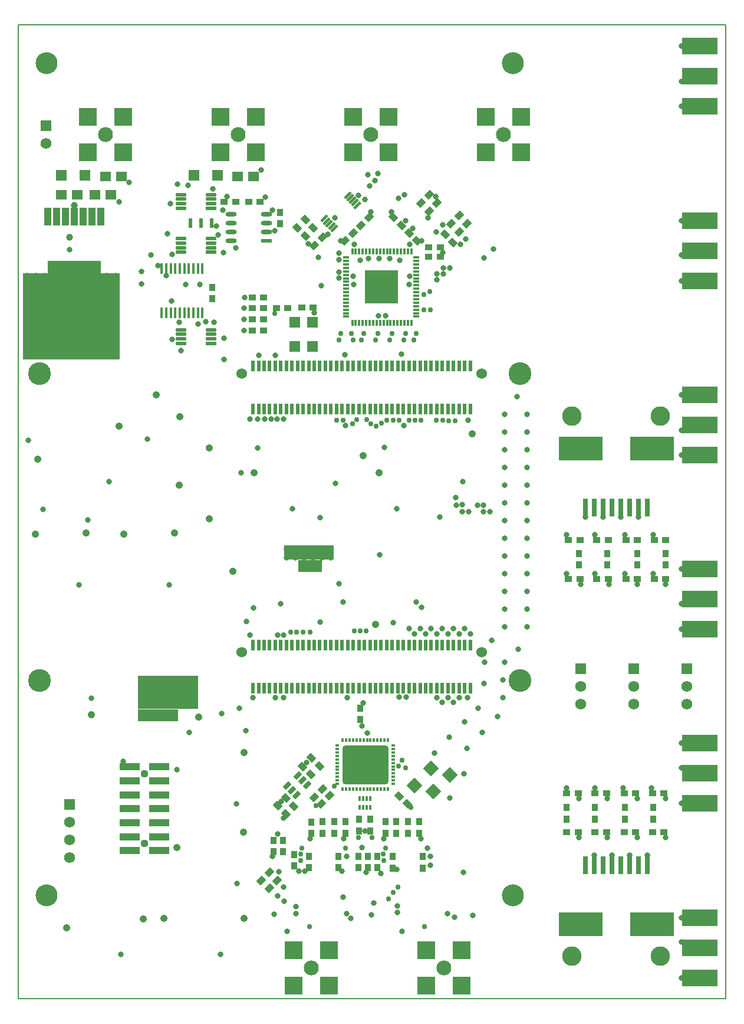
<source format=gts>
%FSLAX25Y25*%
%MOIN*%
G70*
G01*
G75*
G04 Layer_Color=8388736*
%ADD10C,0.01000*%
%ADD11C,0.01100*%
%ADD12C,0.00900*%
%ADD13C,0.01500*%
%ADD14C,0.01600*%
%ADD15C,0.01063*%
%ADD16C,0.01400*%
%ADD17R,0.03500X0.10000*%
%ADD18R,0.30000X0.30000*%
%ADD19R,0.10827X0.03937*%
%ADD20R,0.02000X0.05200*%
G04:AMPARAMS|DCode=21|XSize=47.24mil|YSize=11.81mil|CornerRadius=0mil|HoleSize=0mil|Usage=FLASHONLY|Rotation=225.000|XOffset=0mil|YOffset=0mil|HoleType=Round|Shape=Round|*
%AMOVALD21*
21,1,0.03543,0.01181,0.00000,0.00000,225.0*
1,1,0.01181,0.01253,0.01253*
1,1,0.01181,-0.01253,-0.01253*
%
%ADD21OVALD21*%

G04:AMPARAMS|DCode=22|XSize=47.24mil|YSize=11.81mil|CornerRadius=0mil|HoleSize=0mil|Usage=FLASHONLY|Rotation=225.000|XOffset=0mil|YOffset=0mil|HoleType=Round|Shape=Rectangle|*
%AMROTATEDRECTD22*
4,1,4,0.01253,0.02088,0.02088,0.01253,-0.01253,-0.02088,-0.02088,-0.01253,0.01253,0.02088,0.0*
%
%ADD22ROTATEDRECTD22*%

G04:AMPARAMS|DCode=23|XSize=39.37mil|YSize=19.69mil|CornerRadius=0mil|HoleSize=0mil|Usage=FLASHONLY|Rotation=45.000|XOffset=0mil|YOffset=0mil|HoleType=Round|Shape=Rectangle|*
%AMROTATEDRECTD23*
4,1,4,-0.00696,-0.02088,-0.02088,-0.00696,0.00696,0.02088,0.02088,0.00696,-0.00696,-0.02088,0.0*
%
%ADD23ROTATEDRECTD23*%

%ADD24R,0.02000X0.01000*%
%ADD25R,0.01000X0.02000*%
%ADD26R,0.01063X0.03150*%
%ADD27R,0.03150X0.01063*%
%ADD28R,0.01181X0.02362*%
%ADD29R,0.06000X0.05000*%
%ADD30R,0.06000X0.02000*%
%ADD31O,0.06000X0.02000*%
%ADD32O,0.06000X0.01500*%
%ADD33R,0.06000X0.01500*%
%ADD34R,0.01200X0.06000*%
%ADD35O,0.01200X0.06000*%
%ADD36R,0.01800X0.05700*%
%ADD37R,0.06000X0.06000*%
%ADD38R,0.20000X0.09000*%
%ADD39R,0.24500X0.13000*%
%ADD40R,0.02200X0.10000*%
%ADD41R,0.03000X0.04000*%
%ADD42R,0.04000X0.03000*%
%ADD43R,0.06000X0.06000*%
G04:AMPARAMS|DCode=44|XSize=40mil|YSize=30mil|CornerRadius=0mil|HoleSize=0mil|Usage=FLASHONLY|Rotation=45.000|XOffset=0mil|YOffset=0mil|HoleType=Round|Shape=Rectangle|*
%AMROTATEDRECTD44*
4,1,4,-0.00354,-0.02475,-0.02475,-0.00354,0.00354,0.02475,0.02475,0.00354,-0.00354,-0.02475,0.0*
%
%ADD44ROTATEDRECTD44*%

%ADD45P,0.08485X4X90.0*%
G04:AMPARAMS|DCode=46|XSize=40mil|YSize=30mil|CornerRadius=0mil|HoleSize=0mil|Usage=FLASHONLY|Rotation=135.000|XOffset=0mil|YOffset=0mil|HoleType=Round|Shape=Rectangle|*
%AMROTATEDRECTD46*
4,1,4,0.02475,-0.00354,0.00354,-0.02475,-0.02475,0.00354,-0.00354,0.02475,0.02475,-0.00354,0.0*
%
%ADD46ROTATEDRECTD46*%

%ADD47R,0.18504X0.18504*%
%ADD48C,0.00800*%
%ADD49C,0.00600*%
%ADD50C,0.02800*%
%ADD51C,0.02000*%
%ADD52C,0.01200*%
%ADD53C,0.00700*%
%ADD54R,0.22500X0.25500*%
%ADD55R,0.55000X0.49000*%
%ADD56R,0.14500X0.19000*%
%ADD57R,0.28500X0.08000*%
%ADD58R,0.13500X0.07500*%
%ADD59C,0.08000*%
%ADD60R,0.10000X0.10000*%
%ADD61C,0.04000*%
%ADD62C,0.05800*%
%ADD63R,0.05800X0.05800*%
G04:AMPARAMS|DCode=64|XSize=212.99mil|YSize=253.94mil|CornerRadius=10.65mil|HoleSize=0mil|Usage=FLASHONLY|Rotation=90.000|XOffset=0mil|YOffset=0mil|HoleType=Round|Shape=RoundedRectangle|*
%AMROUNDEDRECTD64*
21,1,0.21299,0.23264,0,0,90.0*
21,1,0.19169,0.25394,0,0,90.0*
1,1,0.02130,0.11632,0.09585*
1,1,0.02130,0.11632,-0.09585*
1,1,0.02130,-0.11632,-0.09585*
1,1,0.02130,-0.11632,0.09585*
%
%ADD64ROUNDEDRECTD64*%
%ADD65C,0.02000*%
%ADD66C,0.10600*%
%ADD67C,0.12000*%
%ADD68C,0.12500*%
%ADD69C,0.02800*%
%ADD70C,0.03800*%
%ADD71C,0.03500*%
%ADD72C,0.02600*%
%ADD73C,0.04000*%
%ADD74C,0.03300*%
%ADD75C,0.00400*%
G04:AMPARAMS|DCode=76|XSize=235mil|YSize=140mil|CornerRadius=0mil|HoleSize=0mil|Usage=FLASHONLY|Rotation=135.000|XOffset=0mil|YOffset=0mil|HoleType=Round|Shape=Rectangle|*
%AMROTATEDRECTD76*
4,1,4,0.13258,-0.03359,0.03359,-0.13258,-0.13258,0.03359,-0.03359,0.13258,0.13258,-0.03359,0.0*
%
%ADD76ROTATEDRECTD76*%

G04:AMPARAMS|DCode=77|XSize=89.4mil|YSize=59.42mil|CornerRadius=0mil|HoleSize=0mil|Usage=FLASHONLY|Rotation=135.000|XOffset=0mil|YOffset=0mil|HoleType=Round|Shape=Rectangle|*
%AMROTATEDRECTD77*
4,1,4,0.05262,-0.01060,0.01060,-0.05262,-0.05262,0.01060,-0.01060,0.05262,0.05262,-0.01060,0.0*
%
%ADD77ROTATEDRECTD77*%

G04:AMPARAMS|DCode=78|XSize=188.32mil|YSize=137.38mil|CornerRadius=0mil|HoleSize=0mil|Usage=FLASHONLY|Rotation=45.000|XOffset=0mil|YOffset=0mil|HoleType=Round|Shape=Rectangle|*
%AMROTATEDRECTD78*
4,1,4,-0.01801,-0.11515,-0.11515,-0.01801,0.01801,0.11515,0.11515,0.01801,-0.01801,-0.11515,0.0*
%
%ADD78ROTATEDRECTD78*%

%ADD79R,0.05000X0.09500*%
%ADD80R,0.12000X0.14000*%
%ADD81R,0.12000X0.14500*%
%ADD82R,0.23500X0.14000*%
%ADD83R,0.12199X0.01800*%
%ADD84C,0.07600*%
%ADD85C,0.06400*%
%ADD86C,0.06600*%
%ADD87C,0.13000*%
%ADD88C,0.06200*%
%ADD89C,0.14400*%
%ADD90C,0.14900*%
%ADD91C,0.03600*%
%ADD92C,0.03900*%
%ADD93C,0.09400*%
%ADD94C,0.06800*%
%ADD95C,0.00900*%
%ADD96C,0.01200*%
%ADD97R,0.10000X0.15400*%
%ADD98R,0.10000X0.06000*%
%ADD99R,0.08100X0.08100*%
G04:AMPARAMS|DCode=100|XSize=47.24mil|YSize=11.81mil|CornerRadius=0mil|HoleSize=0mil|Usage=FLASHONLY|Rotation=315.000|XOffset=0mil|YOffset=0mil|HoleType=Round|Shape=Round|*
%AMOVALD100*
21,1,0.03543,0.01181,0.00000,0.00000,315.0*
1,1,0.01181,-0.01253,0.01253*
1,1,0.01181,0.01253,-0.01253*
%
%ADD100OVALD100*%

G04:AMPARAMS|DCode=101|XSize=47.24mil|YSize=11.81mil|CornerRadius=0mil|HoleSize=0mil|Usage=FLASHONLY|Rotation=315.000|XOffset=0mil|YOffset=0mil|HoleType=Round|Shape=Rectangle|*
%AMROTATEDRECTD101*
4,1,4,-0.02088,0.01253,-0.01253,0.02088,0.02088,-0.01253,0.01253,-0.02088,-0.02088,0.01253,0.0*
%
%ADD101ROTATEDRECTD101*%

%ADD102O,0.04724X0.01181*%
%ADD103R,0.04724X0.01181*%
%ADD104R,0.05000X0.06000*%
%ADD105C,0.03000*%
%ADD106R,0.15500X0.08500*%
%ADD107R,0.22500X0.17000*%
%ADD108R,0.12000X0.19000*%
%ADD109C,0.01181*%
%ADD110R,0.75000X0.15100*%
%ADD111R,0.34000X0.19000*%
%ADD112R,0.22500X0.06500*%
%ADD113R,0.13500X0.07000*%
%ADD114R,0.03900X0.10400*%
%ADD115R,0.30400X0.30400*%
%ADD116R,0.11227X0.04337*%
%ADD117R,0.02400X0.05600*%
G04:AMPARAMS|DCode=118|XSize=51.24mil|YSize=15.81mil|CornerRadius=0mil|HoleSize=0mil|Usage=FLASHONLY|Rotation=225.000|XOffset=0mil|YOffset=0mil|HoleType=Round|Shape=Round|*
%AMOVALD118*
21,1,0.03543,0.01581,0.00000,0.00000,225.0*
1,1,0.01581,0.01253,0.01253*
1,1,0.01581,-0.01253,-0.01253*
%
%ADD118OVALD118*%

G04:AMPARAMS|DCode=119|XSize=51.24mil|YSize=15.81mil|CornerRadius=0mil|HoleSize=0mil|Usage=FLASHONLY|Rotation=225.000|XOffset=0mil|YOffset=0mil|HoleType=Round|Shape=Rectangle|*
%AMROTATEDRECTD119*
4,1,4,0.01253,0.02371,0.02371,0.01253,-0.01253,-0.02371,-0.02371,-0.01253,0.01253,0.02371,0.0*
%
%ADD119ROTATEDRECTD119*%

G04:AMPARAMS|DCode=120|XSize=43.37mil|YSize=23.69mil|CornerRadius=0mil|HoleSize=0mil|Usage=FLASHONLY|Rotation=45.000|XOffset=0mil|YOffset=0mil|HoleType=Round|Shape=Rectangle|*
%AMROTATEDRECTD120*
4,1,4,-0.00696,-0.02371,-0.02371,-0.00696,0.00696,0.02371,0.02371,0.00696,-0.00696,-0.02371,0.0*
%
%ADD120ROTATEDRECTD120*%

%ADD121R,0.02400X0.01400*%
%ADD122R,0.01400X0.02400*%
%ADD123R,0.01463X0.03550*%
%ADD124R,0.03550X0.01463*%
%ADD125R,0.01581X0.02762*%
%ADD126R,0.06400X0.05400*%
%ADD127R,0.06400X0.02400*%
%ADD128O,0.06400X0.02400*%
%ADD129O,0.06400X0.01900*%
%ADD130R,0.06400X0.01900*%
%ADD131R,0.01600X0.06400*%
%ADD132O,0.01600X0.06400*%
%ADD133R,0.02400X0.06300*%
%ADD134R,0.06400X0.06400*%
%ADD135R,0.20400X0.09400*%
%ADD136R,0.24900X0.13400*%
%ADD137R,0.02600X0.10400*%
%ADD138R,0.03400X0.04400*%
%ADD139R,0.04400X0.03400*%
%ADD140R,0.06400X0.06400*%
G04:AMPARAMS|DCode=141|XSize=44mil|YSize=34mil|CornerRadius=0mil|HoleSize=0mil|Usage=FLASHONLY|Rotation=45.000|XOffset=0mil|YOffset=0mil|HoleType=Round|Shape=Rectangle|*
%AMROTATEDRECTD141*
4,1,4,-0.00354,-0.02758,-0.02758,-0.00354,0.00354,0.02758,0.02758,0.00354,-0.00354,-0.02758,0.0*
%
%ADD141ROTATEDRECTD141*%

%ADD142P,0.09051X4X90.0*%
G04:AMPARAMS|DCode=143|XSize=44mil|YSize=34mil|CornerRadius=0mil|HoleSize=0mil|Usage=FLASHONLY|Rotation=135.000|XOffset=0mil|YOffset=0mil|HoleType=Round|Shape=Rectangle|*
%AMROTATEDRECTD143*
4,1,4,0.02758,-0.00354,0.00354,-0.02758,-0.02758,0.00354,-0.00354,0.02758,0.02758,-0.00354,0.0*
%
%ADD143ROTATEDRECTD143*%

%ADD144R,0.18904X0.18904*%
%ADD145C,0.08400*%
%ADD146R,0.10400X0.10400*%
%ADD147C,0.04400*%
%ADD148R,0.06200X0.06200*%
G04:AMPARAMS|DCode=149|XSize=216.99mil|YSize=257.94mil|CornerRadius=12.65mil|HoleSize=0mil|Usage=FLASHONLY|Rotation=90.000|XOffset=0mil|YOffset=0mil|HoleType=Round|Shape=RoundedRectangle|*
%AMROUNDEDRECTD149*
21,1,0.21699,0.23264,0,0,90.0*
21,1,0.19169,0.25794,0,0,90.0*
1,1,0.02530,0.11632,0.09585*
1,1,0.02530,0.11632,-0.09585*
1,1,0.02530,-0.11632,-0.09585*
1,1,0.02530,-0.11632,0.09585*
%
%ADD149ROUNDEDRECTD149*%
%ADD150C,0.06000*%
%ADD151C,0.11000*%
%ADD152C,0.12400*%
%ADD153C,0.12900*%
%ADD154C,0.03200*%
%ADD155C,0.04200*%
%ADD156C,0.03000*%
D48*
X400000Y-0D02*
Y550000D01*
X119300D02*
X400000D01*
X0Y168100D02*
Y364950D01*
X75300Y-0D02*
X400000D01*
X0D02*
Y168100D01*
Y-0D02*
X75300D01*
X0Y550000D02*
X119300D01*
X0Y364950D02*
Y550000D01*
D55*
X30000Y385500D02*
D03*
D57*
X164250Y252000D02*
D03*
D88*
X28890Y99751D02*
D03*
Y89751D02*
D03*
Y79751D02*
D03*
X15451Y483210D02*
D03*
X378000Y166600D02*
D03*
Y176600D02*
D03*
X348000Y166600D02*
D03*
Y176600D02*
D03*
X318000Y166600D02*
D03*
Y176600D02*
D03*
X205300Y402181D02*
D03*
D92*
X31500Y448000D02*
D03*
X29000Y430200D02*
D03*
D111*
X84500Y173000D02*
D03*
D112*
X78750Y160250D02*
D03*
D113*
X164750Y244500D02*
D03*
D114*
X46451Y441710D02*
D03*
X41451D02*
D03*
X36451D02*
D03*
X31451D02*
D03*
X26451D02*
D03*
X21451D02*
D03*
X16451D02*
D03*
D115*
X31451Y401710D02*
D03*
D116*
X63000Y131000D02*
D03*
Y91630D02*
D03*
X79732D02*
D03*
X63000Y83756D02*
D03*
X79732D02*
D03*
X63000Y107378D02*
D03*
X79732D02*
D03*
X63000Y99504D02*
D03*
X79732D02*
D03*
Y131000D02*
D03*
X63000Y123126D02*
D03*
X79732D02*
D03*
X63000Y115252D02*
D03*
X79732D02*
D03*
D117*
X109358Y438168D02*
D03*
X103258D02*
D03*
X97158D02*
D03*
D118*
X186110Y453890D02*
D03*
X172887Y440667D02*
D03*
X174301Y439253D02*
D03*
X178477Y435077D02*
D03*
X175693Y437861D02*
D03*
X188916Y451084D02*
D03*
X190308Y449692D02*
D03*
X187524Y452476D02*
D03*
X177085Y436469D02*
D03*
D119*
X191700Y448300D02*
D03*
D120*
X152000Y120400D02*
D03*
X154645Y117755D02*
D03*
X157289Y115111D02*
D03*
X157851Y126251D02*
D03*
X160495Y123606D02*
D03*
X163140Y120961D02*
D03*
D121*
X211950Y121459D02*
D03*
Y123428D02*
D03*
Y125396D02*
D03*
Y127365D02*
D03*
Y129333D02*
D03*
Y131302D02*
D03*
Y133270D02*
D03*
Y135239D02*
D03*
Y137207D02*
D03*
Y139176D02*
D03*
Y141144D02*
D03*
Y143113D02*
D03*
X180241D02*
D03*
Y141144D02*
D03*
Y139176D02*
D03*
Y137207D02*
D03*
Y135239D02*
D03*
Y133270D02*
D03*
Y131302D02*
D03*
Y129333D02*
D03*
Y127365D02*
D03*
Y125396D02*
D03*
Y123428D02*
D03*
Y121459D02*
D03*
D122*
X183300Y118400D02*
D03*
X185268D02*
D03*
X187237D02*
D03*
X189206D02*
D03*
X191174D02*
D03*
X193142D02*
D03*
X195111D02*
D03*
X197080D02*
D03*
X199048D02*
D03*
X201016D02*
D03*
X202985D02*
D03*
X204954D02*
D03*
X206922D02*
D03*
X208891D02*
D03*
Y146172D02*
D03*
X206922D02*
D03*
X204954D02*
D03*
X202985D02*
D03*
X201016D02*
D03*
X199048D02*
D03*
X197080D02*
D03*
X195111D02*
D03*
X193142D02*
D03*
X191174D02*
D03*
X189206D02*
D03*
X187237D02*
D03*
X185268D02*
D03*
X183300D02*
D03*
D123*
X200565Y422154D02*
D03*
X198597D02*
D03*
X196628D02*
D03*
X202534D02*
D03*
X188754D02*
D03*
X190723D02*
D03*
X192691D02*
D03*
X194660D02*
D03*
X216313Y381981D02*
D03*
X218282D02*
D03*
X222219D02*
D03*
X220250D02*
D03*
X210408Y422154D02*
D03*
X208439D02*
D03*
X206471D02*
D03*
X204502D02*
D03*
X188754Y381981D02*
D03*
X190723D02*
D03*
X210408D02*
D03*
X212376D02*
D03*
X214345D02*
D03*
X196628D02*
D03*
X194660D02*
D03*
X192691D02*
D03*
X202534D02*
D03*
X200565D02*
D03*
X198597D02*
D03*
X208439D02*
D03*
X206471D02*
D03*
X204502D02*
D03*
X218282Y422154D02*
D03*
X220250D02*
D03*
X222219D02*
D03*
X212376D02*
D03*
X214345D02*
D03*
X216313D02*
D03*
D124*
X185400Y387304D02*
D03*
Y385336D02*
D03*
X225073Y408958D02*
D03*
Y410926D02*
D03*
Y412894D02*
D03*
Y414863D02*
D03*
Y389273D02*
D03*
Y391241D02*
D03*
Y393210D02*
D03*
Y401084D02*
D03*
Y403052D02*
D03*
Y405021D02*
D03*
Y406989D02*
D03*
X185400Y418800D02*
D03*
Y416832D02*
D03*
Y414863D02*
D03*
Y412895D02*
D03*
Y405021D02*
D03*
Y403052D02*
D03*
Y401084D02*
D03*
Y389273D02*
D03*
Y408958D02*
D03*
Y410926D02*
D03*
Y406989D02*
D03*
Y397147D02*
D03*
Y399115D02*
D03*
Y393210D02*
D03*
Y395178D02*
D03*
Y391241D02*
D03*
X225073Y387304D02*
D03*
Y385336D02*
D03*
Y399115D02*
D03*
Y397147D02*
D03*
Y395178D02*
D03*
Y418800D02*
D03*
Y416831D02*
D03*
D125*
X198905Y108100D02*
D03*
X196937D02*
D03*
X194968D02*
D03*
X193000D02*
D03*
Y113218D02*
D03*
X194968D02*
D03*
X196937D02*
D03*
X198905D02*
D03*
D126*
X52400Y454100D02*
D03*
X43400D02*
D03*
X33200D02*
D03*
X24200D02*
D03*
X58100Y464500D02*
D03*
X49100D02*
D03*
X133000D02*
D03*
X124000D02*
D03*
D127*
X140200Y428200D02*
D03*
D128*
Y433200D02*
D03*
Y438200D02*
D03*
Y443200D02*
D03*
X120200Y428200D02*
D03*
Y433200D02*
D03*
Y438200D02*
D03*
Y443200D02*
D03*
D129*
X91805Y454230D02*
D03*
X108805D02*
D03*
X91805Y451670D02*
D03*
Y449110D02*
D03*
Y446550D02*
D03*
X108805Y451670D02*
D03*
Y449110D02*
D03*
X91805Y429374D02*
D03*
X108805D02*
D03*
X91805Y426814D02*
D03*
Y424254D02*
D03*
Y421694D02*
D03*
X108805Y426814D02*
D03*
Y424254D02*
D03*
X91805Y377909D02*
D03*
X108805D02*
D03*
X91805Y375349D02*
D03*
Y372789D02*
D03*
Y370229D02*
D03*
X108805Y375349D02*
D03*
Y372789D02*
D03*
D130*
Y446550D02*
D03*
Y421694D02*
D03*
Y370229D02*
D03*
D131*
X103998Y412569D02*
D03*
D132*
X101439D02*
D03*
X98880D02*
D03*
X96320D02*
D03*
X93761D02*
D03*
X91202D02*
D03*
X88643D02*
D03*
X86084D02*
D03*
X83525D02*
D03*
X80966D02*
D03*
X103998Y387372D02*
D03*
X101439D02*
D03*
X98880D02*
D03*
X96320D02*
D03*
X93761D02*
D03*
X91202D02*
D03*
X88643D02*
D03*
X86084D02*
D03*
X83525D02*
D03*
X80966D02*
D03*
D133*
X132600Y357400D02*
D03*
Y333100D02*
D03*
X135750Y357400D02*
D03*
Y333100D02*
D03*
X138900Y357400D02*
D03*
Y333100D02*
D03*
X142050Y357400D02*
D03*
Y333100D02*
D03*
X145200Y357400D02*
D03*
Y333100D02*
D03*
X148350Y357400D02*
D03*
Y333100D02*
D03*
X151500Y357400D02*
D03*
Y333100D02*
D03*
X154650Y357400D02*
D03*
Y333100D02*
D03*
X157800Y357400D02*
D03*
Y333100D02*
D03*
X160950Y357400D02*
D03*
Y333100D02*
D03*
X164100Y357400D02*
D03*
Y333100D02*
D03*
X167250Y357400D02*
D03*
Y333100D02*
D03*
X170400Y357400D02*
D03*
Y333100D02*
D03*
X173550Y357400D02*
D03*
Y333100D02*
D03*
X176700Y357400D02*
D03*
Y333100D02*
D03*
X179850Y357400D02*
D03*
Y333100D02*
D03*
X183000Y357400D02*
D03*
Y333100D02*
D03*
X186150Y357400D02*
D03*
Y333100D02*
D03*
X189300Y357400D02*
D03*
Y333100D02*
D03*
X192450Y357400D02*
D03*
Y333100D02*
D03*
X195600Y357400D02*
D03*
Y333100D02*
D03*
X198750Y357400D02*
D03*
Y333100D02*
D03*
X201900Y357400D02*
D03*
Y333100D02*
D03*
X205050Y357400D02*
D03*
Y333100D02*
D03*
X208200Y357400D02*
D03*
Y333100D02*
D03*
X211350Y357400D02*
D03*
Y333100D02*
D03*
X214500Y357400D02*
D03*
Y333100D02*
D03*
X217650Y357400D02*
D03*
Y333100D02*
D03*
X220800Y357400D02*
D03*
Y333100D02*
D03*
X223950Y357400D02*
D03*
Y333100D02*
D03*
X227100Y357400D02*
D03*
Y333100D02*
D03*
X230250Y357400D02*
D03*
Y333100D02*
D03*
X233400Y357400D02*
D03*
Y333100D02*
D03*
X236550Y357400D02*
D03*
Y333100D02*
D03*
X239700Y357400D02*
D03*
Y333100D02*
D03*
X242850Y357400D02*
D03*
Y333100D02*
D03*
X246000Y357400D02*
D03*
Y333100D02*
D03*
X249150Y357400D02*
D03*
Y333100D02*
D03*
X252300Y357400D02*
D03*
Y333100D02*
D03*
X255450Y357400D02*
D03*
Y333100D02*
D03*
X132600Y199900D02*
D03*
Y175600D02*
D03*
X135750Y199900D02*
D03*
Y175600D02*
D03*
X138900Y199900D02*
D03*
Y175600D02*
D03*
X142050Y199900D02*
D03*
Y175600D02*
D03*
X145200Y199900D02*
D03*
Y175600D02*
D03*
X148350Y199900D02*
D03*
Y175600D02*
D03*
X151500Y199900D02*
D03*
Y175600D02*
D03*
X154650Y199900D02*
D03*
Y175600D02*
D03*
X157800Y199900D02*
D03*
Y175600D02*
D03*
X160950Y199900D02*
D03*
Y175600D02*
D03*
X164100Y199900D02*
D03*
Y175600D02*
D03*
X167250Y199900D02*
D03*
Y175600D02*
D03*
X170400Y199900D02*
D03*
Y175600D02*
D03*
X173550Y199900D02*
D03*
Y175600D02*
D03*
X176700Y199900D02*
D03*
Y175600D02*
D03*
X179850Y199900D02*
D03*
Y175600D02*
D03*
X183000Y199900D02*
D03*
Y175600D02*
D03*
X186150Y199900D02*
D03*
Y175600D02*
D03*
X189300Y199900D02*
D03*
Y175600D02*
D03*
X192450Y199900D02*
D03*
Y175600D02*
D03*
X195600Y199900D02*
D03*
Y175600D02*
D03*
X198750Y199900D02*
D03*
Y175600D02*
D03*
X201900Y199900D02*
D03*
Y175600D02*
D03*
X205050Y199900D02*
D03*
Y175600D02*
D03*
X208200Y199900D02*
D03*
Y175600D02*
D03*
X211350Y199900D02*
D03*
Y175600D02*
D03*
X214500Y199900D02*
D03*
Y175600D02*
D03*
X217650Y199900D02*
D03*
Y175600D02*
D03*
X220800Y199900D02*
D03*
Y175600D02*
D03*
X223950Y199900D02*
D03*
Y175600D02*
D03*
X227100Y199900D02*
D03*
Y175600D02*
D03*
X230250Y199900D02*
D03*
Y175600D02*
D03*
X233400Y199900D02*
D03*
Y175600D02*
D03*
X236550Y199900D02*
D03*
Y175600D02*
D03*
X239700Y199900D02*
D03*
Y175600D02*
D03*
X242850Y199900D02*
D03*
Y175600D02*
D03*
X246000Y199900D02*
D03*
Y175600D02*
D03*
X249150Y199900D02*
D03*
Y175600D02*
D03*
X252300Y199900D02*
D03*
Y175600D02*
D03*
X255450Y199900D02*
D03*
Y175600D02*
D03*
D134*
X24100Y465000D02*
D03*
X37600D02*
D03*
X99100D02*
D03*
X112600D02*
D03*
D135*
X385200Y521100D02*
D03*
Y422600D02*
D03*
Y324200D02*
D03*
Y225800D02*
D03*
Y127400D02*
D03*
Y28900D02*
D03*
Y504100D02*
D03*
Y538100D02*
D03*
Y405600D02*
D03*
Y439600D02*
D03*
Y307200D02*
D03*
Y341200D02*
D03*
Y208800D02*
D03*
Y242800D02*
D03*
Y110400D02*
D03*
Y144400D02*
D03*
Y11900D02*
D03*
Y45900D02*
D03*
D136*
X358250Y310900D02*
D03*
X317750D02*
D03*
X358250Y42100D02*
D03*
X317750D02*
D03*
D137*
X355500Y277600D02*
D03*
X350500D02*
D03*
X345500D02*
D03*
X340500D02*
D03*
X320500D02*
D03*
X325500D02*
D03*
X330500D02*
D03*
X335500D02*
D03*
X340500Y75400D02*
D03*
X345500D02*
D03*
X350500D02*
D03*
X355500D02*
D03*
X335500D02*
D03*
X330500D02*
D03*
X325500D02*
D03*
X320500D02*
D03*
D138*
X366000Y245000D02*
D03*
Y251500D02*
D03*
X317000Y245000D02*
D03*
Y251500D02*
D03*
X333000Y245000D02*
D03*
Y251500D02*
D03*
X350000Y245000D02*
D03*
Y251500D02*
D03*
X359000Y108000D02*
D03*
Y101500D02*
D03*
X343000Y108000D02*
D03*
Y101500D02*
D03*
X326000Y108000D02*
D03*
Y101500D02*
D03*
X310000Y108000D02*
D03*
Y101500D02*
D03*
X180849Y74049D02*
D03*
Y80549D02*
D03*
X164149Y74049D02*
D03*
Y80549D02*
D03*
X228549Y73990D02*
D03*
Y80490D02*
D03*
X211549Y73990D02*
D03*
Y80490D02*
D03*
X149590Y89551D02*
D03*
Y83051D02*
D03*
X144290Y89551D02*
D03*
Y83051D02*
D03*
X192210Y74049D02*
D03*
Y80549D02*
D03*
X197510Y74049D02*
D03*
Y80549D02*
D03*
X178600Y93500D02*
D03*
Y100000D02*
D03*
X165700Y99900D02*
D03*
Y93400D02*
D03*
X172000Y93500D02*
D03*
Y100000D02*
D03*
X192700Y101400D02*
D03*
Y94900D02*
D03*
X199000Y101400D02*
D03*
Y94900D02*
D03*
X220300Y93500D02*
D03*
Y100000D02*
D03*
X226700Y93500D02*
D03*
Y100000D02*
D03*
X207500D02*
D03*
Y93500D02*
D03*
X213600D02*
D03*
Y100000D02*
D03*
X184900Y93500D02*
D03*
Y100000D02*
D03*
X147800Y437800D02*
D03*
Y444300D02*
D03*
X193300Y157700D02*
D03*
Y164200D02*
D03*
X202927Y74007D02*
D03*
Y80507D02*
D03*
X156054Y75056D02*
D03*
Y81556D02*
D03*
X109612Y401955D02*
D03*
Y395455D02*
D03*
D139*
X311000Y237000D02*
D03*
X317500D02*
D03*
X327000D02*
D03*
X333500D02*
D03*
X350000D02*
D03*
X343500D02*
D03*
X366000D02*
D03*
X359500D02*
D03*
X311000Y259000D02*
D03*
X317500D02*
D03*
X327000D02*
D03*
X333500D02*
D03*
X350000D02*
D03*
X343500D02*
D03*
X366000D02*
D03*
X359500D02*
D03*
X365000Y116000D02*
D03*
X358500D02*
D03*
X349000D02*
D03*
X342500D02*
D03*
X326000D02*
D03*
X332500D02*
D03*
X310000D02*
D03*
X316500D02*
D03*
X365000Y94000D02*
D03*
X358500D02*
D03*
X349000D02*
D03*
X342500D02*
D03*
X326000D02*
D03*
X332500D02*
D03*
X310000D02*
D03*
X316500D02*
D03*
X238500Y424400D02*
D03*
X232000D02*
D03*
X116302Y450031D02*
D03*
X122802D02*
D03*
X232000Y419000D02*
D03*
X238500D02*
D03*
X166600Y390500D02*
D03*
X160100D02*
D03*
X145800Y390300D02*
D03*
X152300D02*
D03*
X138700Y390100D02*
D03*
X132200D02*
D03*
Y396200D02*
D03*
X138700D02*
D03*
X132200Y383800D02*
D03*
X138700D02*
D03*
X132200Y377600D02*
D03*
X138700D02*
D03*
X130100Y450031D02*
D03*
X136600D02*
D03*
D140*
X166100Y382100D02*
D03*
Y368600D02*
D03*
X156300Y382100D02*
D03*
Y368600D02*
D03*
D141*
X167349Y113990D02*
D03*
X171945Y118586D02*
D03*
X137249Y66790D02*
D03*
X141845Y71386D02*
D03*
X141749Y62390D02*
D03*
X146345Y66986D02*
D03*
X175800Y114800D02*
D03*
X171204Y110204D02*
D03*
X249296Y442396D02*
D03*
X244700Y437800D02*
D03*
X184704Y428004D02*
D03*
X189300Y432600D02*
D03*
X193604Y436904D02*
D03*
X198200Y441500D02*
D03*
X171996Y430096D02*
D03*
X167400Y425500D02*
D03*
X249104Y433204D02*
D03*
X253700Y437800D02*
D03*
X227504Y449604D02*
D03*
X232100Y454200D02*
D03*
X232104Y444904D02*
D03*
X236700Y449500D02*
D03*
D142*
X244046Y126646D02*
D03*
X234500Y117100D02*
D03*
X233346Y130146D02*
D03*
X223800Y120600D02*
D03*
D143*
X241104Y431796D02*
D03*
X245700Y427200D02*
D03*
X215200Y114600D02*
D03*
X219796Y110004D02*
D03*
X225396Y428004D02*
D03*
X220800Y432600D02*
D03*
X216496Y436904D02*
D03*
X211900Y441500D02*
D03*
X162104Y439996D02*
D03*
X166700Y435400D02*
D03*
X162296Y430804D02*
D03*
X157700Y435400D02*
D03*
X165504Y135996D02*
D03*
X170100Y131400D02*
D03*
X160704Y131296D02*
D03*
X165300Y126700D02*
D03*
X155723Y108911D02*
D03*
X151127Y113507D02*
D03*
X146677Y109089D02*
D03*
X151273Y104493D02*
D03*
D144*
X205300Y402181D02*
D03*
D145*
X240500Y17400D02*
D03*
X165500D02*
D03*
X49200Y488000D02*
D03*
X199200Y488200D02*
D03*
X274200D02*
D03*
X124200Y488000D02*
D03*
D146*
X250500Y7400D02*
D03*
Y27400D02*
D03*
X230500D02*
D03*
Y7400D02*
D03*
X175500D02*
D03*
Y27400D02*
D03*
X155500D02*
D03*
Y7400D02*
D03*
X59200Y478000D02*
D03*
Y498000D02*
D03*
X39200D02*
D03*
Y478000D02*
D03*
X209200Y478200D02*
D03*
Y498200D02*
D03*
X189200D02*
D03*
Y478200D02*
D03*
X284200D02*
D03*
Y498200D02*
D03*
X264200D02*
D03*
Y478200D02*
D03*
X134200Y478000D02*
D03*
Y498000D02*
D03*
X114200D02*
D03*
Y478000D02*
D03*
D147*
X71366Y87693D02*
D03*
Y127063D02*
D03*
D148*
X28890Y109751D02*
D03*
X15451Y493210D02*
D03*
X378000Y186600D02*
D03*
X348000D02*
D03*
X318000D02*
D03*
D149*
X196100Y132300D02*
D03*
D150*
X261900Y353250D02*
D03*
X126150D02*
D03*
X261900Y195750D02*
D03*
X126150D02*
D03*
D151*
X363000Y329000D02*
D03*
X313000D02*
D03*
X363000Y24000D02*
D03*
X313000D02*
D03*
D152*
X16000Y528500D02*
D03*
Y58500D02*
D03*
X279500D02*
D03*
Y528500D02*
D03*
D153*
X11811Y179911D02*
D03*
X283465D02*
D03*
Y353139D02*
D03*
X11811D02*
D03*
D154*
X29000Y423000D02*
D03*
X375000Y321000D02*
D03*
Y518000D02*
D03*
Y420000D02*
D03*
Y223000D02*
D03*
X225000Y224000D02*
D03*
X228000Y221000D02*
D03*
X233400Y209000D02*
D03*
X220800D02*
D03*
X224000Y206000D02*
D03*
X227100Y209000D02*
D03*
X230250Y206000D02*
D03*
X366000Y234000D02*
D03*
X350000D02*
D03*
X334000D02*
D03*
X318000D02*
D03*
X236550Y206000D02*
D03*
X239700Y209000D02*
D03*
X242863Y206000D02*
D03*
X245950Y209000D02*
D03*
X249150Y206000D02*
D03*
X252300Y209000D02*
D03*
X255450Y206000D02*
D03*
X215200Y170500D02*
D03*
X375000Y130500D02*
D03*
Y32000D02*
D03*
X358000Y119000D02*
D03*
X342000D02*
D03*
X326000D02*
D03*
X310000D02*
D03*
X249150Y170000D02*
D03*
X310000Y262000D02*
D03*
X326000D02*
D03*
X343000D02*
D03*
X359000D02*
D03*
X310000Y240000D02*
D03*
X326000D02*
D03*
X343000D02*
D03*
X359000D02*
D03*
X320500Y272000D02*
D03*
X330500D02*
D03*
X340500D02*
D03*
X350500D02*
D03*
X366000Y91000D02*
D03*
X350000D02*
D03*
X333000D02*
D03*
X317000D02*
D03*
X366000Y113000D02*
D03*
X350000D02*
D03*
X333000D02*
D03*
X317000D02*
D03*
X325500Y81000D02*
D03*
X335500D02*
D03*
X345500D02*
D03*
X355500D02*
D03*
X375000Y11900D02*
D03*
Y45900D02*
D03*
Y110400D02*
D03*
Y144400D02*
D03*
Y208800D02*
D03*
Y242800D02*
D03*
Y307200D02*
D03*
Y341200D02*
D03*
Y405600D02*
D03*
Y439600D02*
D03*
Y504100D02*
D03*
Y538100D02*
D03*
X243945Y412809D02*
D03*
X254600Y275130D02*
D03*
X240270Y412970D02*
D03*
X250950Y275130D02*
D03*
X236500Y406000D02*
D03*
X247200Y283000D02*
D03*
X236550Y409574D02*
D03*
X247450Y278900D02*
D03*
X240225Y409413D02*
D03*
X251050Y279000D02*
D03*
X203200Y466000D02*
D03*
X266470Y275130D02*
D03*
X201600Y462100D02*
D03*
X262913Y275175D02*
D03*
X198500Y459000D02*
D03*
X263074Y278850D02*
D03*
X253000Y429100D02*
D03*
X259500Y278900D02*
D03*
X245950Y167500D02*
D03*
X239650D02*
D03*
X242800Y170000D02*
D03*
X236500D02*
D03*
X183500Y57500D02*
D03*
X150200Y55103D02*
D03*
X146571Y58100D02*
D03*
X150000Y63000D02*
D03*
X146600Y205400D02*
D03*
X145200Y170200D02*
D03*
X132500D02*
D03*
X145200Y363400D02*
D03*
X135750D02*
D03*
X135300Y327500D02*
D03*
X139200D02*
D03*
X142750D02*
D03*
X146300D02*
D03*
X143500Y80500D02*
D03*
X146700Y93300D02*
D03*
X147400Y71900D02*
D03*
X145000Y433820D02*
D03*
X143500Y445500D02*
D03*
X249800Y426100D02*
D03*
X223000Y435100D02*
D03*
X197700Y400000D02*
D03*
Y404900D02*
D03*
X212900Y400000D02*
D03*
Y404900D02*
D03*
Y394562D02*
D03*
X197700D02*
D03*
X203100D02*
D03*
X208000D02*
D03*
X206100Y132300D02*
D03*
X201100D02*
D03*
X186100D02*
D03*
X191100D02*
D03*
X186100Y137500D02*
D03*
X206100D02*
D03*
X201100D02*
D03*
X196100D02*
D03*
X191100D02*
D03*
Y127100D02*
D03*
X196100D02*
D03*
X201100D02*
D03*
X206100D02*
D03*
X186100D02*
D03*
X191100Y123100D02*
D03*
X196100D02*
D03*
X201100D02*
D03*
X206100D02*
D03*
X186100D02*
D03*
Y141500D02*
D03*
X206100D02*
D03*
X201100D02*
D03*
X196100D02*
D03*
X191100D02*
D03*
X176500Y254300D02*
D03*
Y249300D02*
D03*
X253950Y170100D02*
D03*
X219200Y170500D02*
D03*
X185900Y170100D02*
D03*
X149850D02*
D03*
X150050Y205400D02*
D03*
X130950D02*
D03*
X254100Y326800D02*
D03*
X130950Y327600D02*
D03*
X149850D02*
D03*
X135300Y311140D02*
D03*
X216500Y364000D02*
D03*
X184700Y363800D02*
D03*
X57900Y25100D02*
D03*
X114300D02*
D03*
X123700Y65100D02*
D03*
X123100Y110200D02*
D03*
X128500Y151600D02*
D03*
X59100Y134100D02*
D03*
X41100Y169900D02*
D03*
X5600Y315500D02*
D03*
X51200Y292000D02*
D03*
X13800Y276500D02*
D03*
X39400Y270600D02*
D03*
X34200Y233700D02*
D03*
X85100Y233900D02*
D03*
X170700Y212900D02*
D03*
X148100Y223100D02*
D03*
X132800Y220900D02*
D03*
X212000Y212500D02*
D03*
X181100Y234500D02*
D03*
X204400Y250700D02*
D03*
X170600Y271700D02*
D03*
X238100Y272180D02*
D03*
X213800Y276700D02*
D03*
X251300Y292000D02*
D03*
X206900Y311400D02*
D03*
X179320Y291200D02*
D03*
X154800Y276700D02*
D03*
X116100Y361000D02*
D03*
X137200Y468000D02*
D03*
X174800Y431900D02*
D03*
X69700Y403800D02*
D03*
X150000Y102000D02*
D03*
X194900Y167200D02*
D03*
X171349Y402810D02*
D03*
X169700Y418700D02*
D03*
X203600Y385800D02*
D03*
X240004Y421596D02*
D03*
X207482Y385754D02*
D03*
X181300Y421058D02*
D03*
Y407000D02*
D03*
X182200Y428008D02*
D03*
X227900Y428000D02*
D03*
X210800Y444500D02*
D03*
X199300D02*
D03*
X221173Y426000D02*
D03*
X189800D02*
D03*
X215705Y417000D02*
D03*
X209799Y418000D02*
D03*
X208000Y409800D02*
D03*
X203100D02*
D03*
X197700D02*
D03*
X212900D02*
D03*
X220800Y403510D02*
D03*
X221300Y408000D02*
D03*
X189173D02*
D03*
X189673Y403510D02*
D03*
X203894Y418000D02*
D03*
X197988D02*
D03*
X193300Y417000D02*
D03*
X181300Y410500D02*
D03*
Y417500D02*
D03*
X127949Y396297D02*
D03*
X127734Y377603D02*
D03*
Y383834D02*
D03*
Y390166D02*
D03*
X242707Y48184D02*
D03*
X214379Y52385D02*
D03*
Y48784D02*
D03*
X185448Y48084D02*
D03*
X232852Y80600D02*
D03*
X195974Y94974D02*
D03*
X240000Y437200D02*
D03*
X236100Y433000D02*
D03*
X219000Y439462D02*
D03*
X157019Y48256D02*
D03*
Y52157D02*
D03*
X197100Y150000D02*
D03*
X167326Y387457D02*
D03*
X192388Y453956D02*
D03*
X196000Y451400D02*
D03*
X163796Y426496D02*
D03*
X214800Y452100D02*
D03*
X218112Y454256D02*
D03*
X231622Y441231D02*
D03*
X235900Y453300D02*
D03*
X178825Y441020D02*
D03*
X197600Y465600D02*
D03*
X194200Y154100D02*
D03*
X110500Y382000D02*
D03*
X116400Y373000D02*
D03*
X86000Y449000D02*
D03*
X110000Y457500D02*
D03*
X113000Y431500D02*
D03*
X116000Y421500D02*
D03*
X112000Y436500D02*
D03*
X118000Y453000D02*
D03*
X139500Y452931D02*
D03*
X62500Y461000D02*
D03*
X57000Y450000D02*
D03*
X86500Y394000D02*
D03*
X87000Y372500D02*
D03*
X185000Y323800D02*
D03*
X218000D02*
D03*
X75000Y420000D02*
D03*
X90000Y460000D02*
D03*
X96000Y459500D02*
D03*
X92000Y366000D02*
D03*
X101500Y381000D02*
D03*
X106000Y382500D02*
D03*
X91000Y382000D02*
D03*
X87000Y420500D02*
D03*
X115500Y445500D02*
D03*
X84349Y432149D02*
D03*
X123000Y424000D02*
D03*
X83500Y408500D02*
D03*
X79000Y414000D02*
D03*
X94700Y403600D02*
D03*
X102600D02*
D03*
X69700Y410900D02*
D03*
X5000Y408500D02*
D03*
X10000D02*
D03*
X15000D02*
D03*
X20000D02*
D03*
X25000D02*
D03*
X30000D02*
D03*
X35000D02*
D03*
X40000D02*
D03*
X45000D02*
D03*
X50000D02*
D03*
X55000D02*
D03*
Y403500D02*
D03*
X50000D02*
D03*
X45000D02*
D03*
X40000D02*
D03*
X35000D02*
D03*
X30000D02*
D03*
X25000D02*
D03*
X20000D02*
D03*
X15000D02*
D03*
X10000D02*
D03*
X5000D02*
D03*
X55000Y398500D02*
D03*
X50000D02*
D03*
X45000D02*
D03*
X40000D02*
D03*
X35000D02*
D03*
X30000D02*
D03*
X25000D02*
D03*
X20000D02*
D03*
X15000D02*
D03*
X10000D02*
D03*
X5000D02*
D03*
X55000Y393500D02*
D03*
X50000D02*
D03*
X45000D02*
D03*
X40000D02*
D03*
X35000D02*
D03*
X30000D02*
D03*
X25000D02*
D03*
X20000D02*
D03*
X15000D02*
D03*
X10000D02*
D03*
X5000D02*
D03*
X55000Y388500D02*
D03*
X50000D02*
D03*
X45000D02*
D03*
X40000D02*
D03*
X35000D02*
D03*
X30000D02*
D03*
X25000D02*
D03*
X20000D02*
D03*
X15000D02*
D03*
X10000D02*
D03*
X5000D02*
D03*
X55000Y383500D02*
D03*
X50000D02*
D03*
X45000D02*
D03*
X40000D02*
D03*
X35000D02*
D03*
X30000D02*
D03*
X25000D02*
D03*
X20000D02*
D03*
X15000D02*
D03*
X10000D02*
D03*
X5000D02*
D03*
X55000Y378500D02*
D03*
X50000D02*
D03*
X45000D02*
D03*
X40000D02*
D03*
X35000D02*
D03*
X30000D02*
D03*
X25000D02*
D03*
X20000D02*
D03*
X15000D02*
D03*
X10000D02*
D03*
X5000D02*
D03*
X55000Y373500D02*
D03*
X50000D02*
D03*
X45000D02*
D03*
X40000D02*
D03*
X35000D02*
D03*
X30000D02*
D03*
X25000D02*
D03*
X20000D02*
D03*
X15000D02*
D03*
X10000D02*
D03*
X5000D02*
D03*
X55000Y368500D02*
D03*
X50000D02*
D03*
X45000D02*
D03*
X40000D02*
D03*
X35000D02*
D03*
X30000D02*
D03*
X25000D02*
D03*
X20000D02*
D03*
X15000D02*
D03*
X10000D02*
D03*
X5000D02*
D03*
X55000Y363500D02*
D03*
X50000D02*
D03*
X45000D02*
D03*
X40000D02*
D03*
X35000D02*
D03*
X30000D02*
D03*
X25000D02*
D03*
X20000D02*
D03*
X15000D02*
D03*
X10000D02*
D03*
X5000D02*
D03*
X148500Y111611D02*
D03*
X163008Y133500D02*
D03*
X184000Y90500D02*
D03*
X164800Y90400D02*
D03*
X206600Y90500D02*
D03*
X227600D02*
D03*
X185714Y80504D02*
D03*
X196500Y71500D02*
D03*
X217000Y38000D02*
D03*
X151800D02*
D03*
X251500Y71400D02*
D03*
X268500Y423500D02*
D03*
X263280Y418498D02*
D03*
X204927Y70993D02*
D03*
X158500Y72000D02*
D03*
X201000Y54000D02*
D03*
X199493Y47373D02*
D03*
X144507Y47727D02*
D03*
X257000Y47000D02*
D03*
X188000Y45500D02*
D03*
X246500Y46000D02*
D03*
X96457Y150563D02*
D03*
X74500Y180500D02*
D03*
X79500D02*
D03*
X84500D02*
D03*
X89500D02*
D03*
X94500D02*
D03*
X99500D02*
D03*
X74500Y175500D02*
D03*
X79500D02*
D03*
X84500D02*
D03*
X89500D02*
D03*
X94500D02*
D03*
X99500D02*
D03*
X74500Y170500D02*
D03*
X79500D02*
D03*
X84500D02*
D03*
X89500D02*
D03*
X94500D02*
D03*
X99500D02*
D03*
X74500Y165500D02*
D03*
X79500D02*
D03*
X84500D02*
D03*
X89500D02*
D03*
X94500D02*
D03*
X99500D02*
D03*
X69500D02*
D03*
Y170500D02*
D03*
Y175500D02*
D03*
Y180500D02*
D03*
X88000Y160500D02*
D03*
X83000D02*
D03*
X78000D02*
D03*
X89500Y129500D02*
D03*
X73000Y316000D02*
D03*
X126000Y297000D02*
D03*
X160000Y244300D02*
D03*
X165000D02*
D03*
X170000D02*
D03*
X151500Y254300D02*
D03*
Y249300D02*
D03*
X171500D02*
D03*
X166500D02*
D03*
X161500D02*
D03*
X156500D02*
D03*
X171500Y254300D02*
D03*
X166500D02*
D03*
X161500D02*
D03*
X156500D02*
D03*
X194200Y85500D02*
D03*
X183500Y224000D02*
D03*
X287500Y330000D02*
D03*
Y320000D02*
D03*
Y310000D02*
D03*
Y300000D02*
D03*
Y290000D02*
D03*
Y280000D02*
D03*
Y230000D02*
D03*
Y240000D02*
D03*
Y250000D02*
D03*
Y260000D02*
D03*
Y270000D02*
D03*
Y210000D02*
D03*
Y220000D02*
D03*
X282500Y197500D02*
D03*
X275000Y190000D02*
D03*
Y210000D02*
D03*
Y220000D02*
D03*
Y230000D02*
D03*
Y240000D02*
D03*
Y250000D02*
D03*
Y260000D02*
D03*
Y270000D02*
D03*
Y310000D02*
D03*
Y300000D02*
D03*
Y290000D02*
D03*
Y280000D02*
D03*
Y320000D02*
D03*
Y330000D02*
D03*
X267500Y202500D02*
D03*
X282000Y340000D02*
D03*
X252271Y156629D02*
D03*
X259771Y164129D02*
D03*
X270751Y159433D02*
D03*
X274000Y180000D02*
D03*
Y170000D02*
D03*
X262196Y150520D02*
D03*
X253640Y141607D02*
D03*
X243716Y147716D02*
D03*
X263200Y178000D02*
D03*
X263500Y190000D02*
D03*
X251945Y127087D02*
D03*
X243945Y113587D02*
D03*
X235160Y138803D02*
D03*
X231152Y85076D02*
D03*
X233000Y75500D02*
D03*
X162000Y72000D02*
D03*
X183000D02*
D03*
X214000Y73000D02*
D03*
X129000Y213000D02*
D03*
X125000Y164000D02*
D03*
X115000Y161000D02*
D03*
D155*
X78000Y341000D02*
D03*
X82400Y45500D02*
D03*
X27400Y40000D02*
D03*
X89500Y85400D02*
D03*
X11000Y304900D02*
D03*
X203800Y297320D02*
D03*
X91000Y290100D02*
D03*
X108000Y271100D02*
D03*
X133100Y297000D02*
D03*
X59700Y262510D02*
D03*
X9700D02*
D03*
X121200Y241520D02*
D03*
X41100Y160500D02*
D03*
X256500Y319120D02*
D03*
X195000Y306720D02*
D03*
X201900Y211600D02*
D03*
X127600Y45400D02*
D03*
X70500Y45300D02*
D03*
X127400Y94300D02*
D03*
X38200Y263110D02*
D03*
X88200D02*
D03*
X127500Y139300D02*
D03*
X91100Y328700D02*
D03*
X108000Y311000D02*
D03*
X56900Y323400D02*
D03*
X102000Y159000D02*
D03*
D156*
X181100Y372200D02*
D03*
X180000Y326750D02*
D03*
X182300Y375900D02*
D03*
X183500Y326750D02*
D03*
X153900Y207100D02*
D03*
X209300Y56600D02*
D03*
X157400Y207100D02*
D03*
X212000Y60100D02*
D03*
X160900Y207100D02*
D03*
X164995D02*
D03*
X214600Y63100D02*
D03*
X159600Y78256D02*
D03*
X199748Y91200D02*
D03*
X218959Y375900D02*
D03*
X217759Y372200D02*
D03*
X199352Y324927D02*
D03*
X194060Y372198D02*
D03*
X196800Y327200D02*
D03*
X195337Y375900D02*
D03*
X203211D02*
D03*
X205277Y325100D02*
D03*
X202377Y323400D02*
D03*
X202011Y372200D02*
D03*
X191273Y327202D02*
D03*
X246800Y326589D02*
D03*
X232700Y399538D02*
D03*
X229200Y397738D02*
D03*
X243300Y326589D02*
D03*
X239900Y326750D02*
D03*
X236400D02*
D03*
X233000Y389100D02*
D03*
X229400D02*
D03*
X229673Y40695D02*
D03*
X164502D02*
D03*
X159600Y81800D02*
D03*
X221800Y108000D02*
D03*
X168300Y109300D02*
D03*
X145000Y387200D02*
D03*
X206200Y81800D02*
D03*
X207524Y85076D02*
D03*
X206524Y78256D02*
D03*
X192200Y91200D02*
D03*
X184800Y85176D02*
D03*
X160358D02*
D03*
X178416Y120000D02*
D03*
X188798Y324727D02*
D03*
X211085Y375900D02*
D03*
X209885Y372200D02*
D03*
X211850Y326750D02*
D03*
X208350D02*
D03*
X215200D02*
D03*
X220754D02*
D03*
X227600D02*
D03*
X224100D02*
D03*
X224896Y375900D02*
D03*
X223696Y372200D02*
D03*
X189343D02*
D03*
X188143Y375900D02*
D03*
X196700Y207666D02*
D03*
X193365D02*
D03*
X190030D02*
D03*
X219000Y130500D02*
D03*
X215000Y131500D02*
D03*
X216800Y134700D02*
D03*
M02*

</source>
